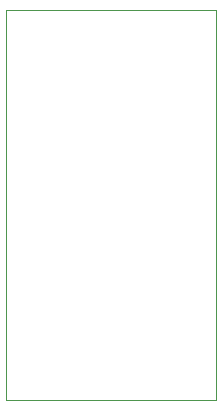
<source format=gbr>
G04 #@! TF.GenerationSoftware,KiCad,Pcbnew,(5.1.7)-1*
G04 #@! TF.CreationDate,2021-03-17T14:13:32-05:00*
G04 #@! TF.ProjectId,keyboard,6b657962-6f61-4726-942e-6b696361645f,rev?*
G04 #@! TF.SameCoordinates,Original*
G04 #@! TF.FileFunction,Profile,NP*
%FSLAX46Y46*%
G04 Gerber Fmt 4.6, Leading zero omitted, Abs format (unit mm)*
G04 Created by KiCad (PCBNEW (5.1.7)-1) date 2021-03-17 14:13:32*
%MOMM*%
%LPD*%
G01*
G04 APERTURE LIST*
G04 #@! TA.AperFunction,Profile*
%ADD10C,0.100000*%
G04 #@! TD*
G04 APERTURE END LIST*
D10*
X307100000Y-155700000D02*
X307100000Y-158200000D01*
X324900000Y-155700000D02*
X307100000Y-155700000D01*
X324900000Y-158200000D02*
X324900000Y-155700000D01*
X324900000Y-159800000D02*
X324900000Y-188700000D01*
X324900000Y-158200000D02*
X324900000Y-159800000D01*
X307100000Y-188700000D02*
X307100000Y-158200000D01*
X324900000Y-188700000D02*
X307100000Y-188700000D01*
M02*

</source>
